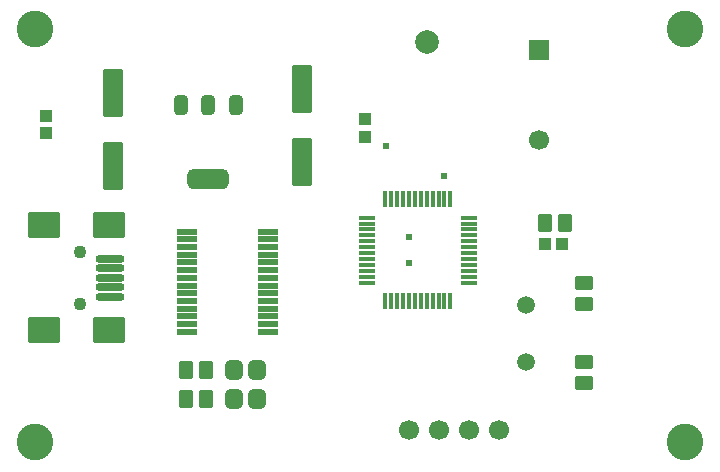
<source format=gts>
G04*
G04 #@! TF.GenerationSoftware,Altium Limited,Altium Designer,21.0.8 (223)*
G04*
G04 Layer_Color=8388736*
%FSLAX24Y24*%
%MOIN*%
G70*
G04*
G04 #@! TF.SameCoordinates,8C0F5777-7222-4B99-86F0-090FC40BF16C*
G04*
G04*
G04 #@! TF.FilePolarity,Negative*
G04*
G01*
G75*
G04:AMPARAMS|DCode=26|XSize=41.3mil|YSize=41.3mil|CornerRadius=3.8mil|HoleSize=0mil|Usage=FLASHONLY|Rotation=180.000|XOffset=0mil|YOffset=0mil|HoleType=Round|Shape=RoundedRectangle|*
%AMROUNDEDRECTD26*
21,1,0.0413,0.0337,0,0,180.0*
21,1,0.0337,0.0413,0,0,180.0*
1,1,0.0077,-0.0168,0.0168*
1,1,0.0077,0.0168,0.0168*
1,1,0.0077,0.0168,-0.0168*
1,1,0.0077,-0.0168,-0.0168*
%
%ADD26ROUNDEDRECTD26*%
G04:AMPARAMS|DCode=27|XSize=47.2mil|YSize=59.1mil|CornerRadius=4.1mil|HoleSize=0mil|Usage=FLASHONLY|Rotation=0.000|XOffset=0mil|YOffset=0mil|HoleType=Round|Shape=RoundedRectangle|*
%AMROUNDEDRECTD27*
21,1,0.0472,0.0508,0,0,0.0*
21,1,0.0390,0.0591,0,0,0.0*
1,1,0.0083,0.0195,-0.0254*
1,1,0.0083,-0.0195,-0.0254*
1,1,0.0083,-0.0195,0.0254*
1,1,0.0083,0.0195,0.0254*
%
%ADD27ROUNDEDRECTD27*%
G04:AMPARAMS|DCode=28|XSize=161.4mil|YSize=66.9mil|CornerRadius=5.1mil|HoleSize=0mil|Usage=FLASHONLY|Rotation=90.000|XOffset=0mil|YOffset=0mil|HoleType=Round|Shape=RoundedRectangle|*
%AMROUNDEDRECTD28*
21,1,0.1614,0.0567,0,0,90.0*
21,1,0.1512,0.0669,0,0,90.0*
1,1,0.0102,0.0283,0.0756*
1,1,0.0102,0.0283,-0.0756*
1,1,0.0102,-0.0283,-0.0756*
1,1,0.0102,-0.0283,0.0756*
%
%ADD28ROUNDEDRECTD28*%
G04:AMPARAMS|DCode=29|XSize=15.7mil|YSize=51.2mil|CornerRadius=2.6mil|HoleSize=0mil|Usage=FLASHONLY|Rotation=180.000|XOffset=0mil|YOffset=0mil|HoleType=Round|Shape=RoundedRectangle|*
%AMROUNDEDRECTD29*
21,1,0.0157,0.0461,0,0,180.0*
21,1,0.0106,0.0512,0,0,180.0*
1,1,0.0051,-0.0053,0.0230*
1,1,0.0051,0.0053,0.0230*
1,1,0.0051,0.0053,-0.0230*
1,1,0.0051,-0.0053,-0.0230*
%
%ADD29ROUNDEDRECTD29*%
G04:AMPARAMS|DCode=30|XSize=15.7mil|YSize=51.2mil|CornerRadius=2.6mil|HoleSize=0mil|Usage=FLASHONLY|Rotation=90.000|XOffset=0mil|YOffset=0mil|HoleType=Round|Shape=RoundedRectangle|*
%AMROUNDEDRECTD30*
21,1,0.0157,0.0461,0,0,90.0*
21,1,0.0106,0.0512,0,0,90.0*
1,1,0.0051,0.0230,0.0053*
1,1,0.0051,0.0230,-0.0053*
1,1,0.0051,-0.0230,-0.0053*
1,1,0.0051,-0.0230,0.0053*
%
%ADD30ROUNDEDRECTD30*%
G04:AMPARAMS|DCode=31|XSize=47.2mil|YSize=59.1mil|CornerRadius=4.1mil|HoleSize=0mil|Usage=FLASHONLY|Rotation=90.000|XOffset=0mil|YOffset=0mil|HoleType=Round|Shape=RoundedRectangle|*
%AMROUNDEDRECTD31*
21,1,0.0472,0.0508,0,0,90.0*
21,1,0.0390,0.0591,0,0,90.0*
1,1,0.0083,0.0254,0.0195*
1,1,0.0083,0.0254,-0.0195*
1,1,0.0083,-0.0254,-0.0195*
1,1,0.0083,-0.0254,0.0195*
%
%ADD31ROUNDEDRECTD31*%
G04:AMPARAMS|DCode=32|XSize=17.7mil|YSize=68.9mil|CornerRadius=2.7mil|HoleSize=0mil|Usage=FLASHONLY|Rotation=270.000|XOffset=0mil|YOffset=0mil|HoleType=Round|Shape=RoundedRectangle|*
%AMROUNDEDRECTD32*
21,1,0.0177,0.0636,0,0,270.0*
21,1,0.0124,0.0689,0,0,270.0*
1,1,0.0053,-0.0318,-0.0062*
1,1,0.0053,-0.0318,0.0062*
1,1,0.0053,0.0318,0.0062*
1,1,0.0053,0.0318,-0.0062*
%
%ADD32ROUNDEDRECTD32*%
G04:AMPARAMS|DCode=33|XSize=41.3mil|YSize=41.3mil|CornerRadius=3.8mil|HoleSize=0mil|Usage=FLASHONLY|Rotation=90.000|XOffset=0mil|YOffset=0mil|HoleType=Round|Shape=RoundedRectangle|*
%AMROUNDEDRECTD33*
21,1,0.0413,0.0337,0,0,90.0*
21,1,0.0337,0.0413,0,0,90.0*
1,1,0.0077,0.0168,0.0168*
1,1,0.0077,0.0168,-0.0168*
1,1,0.0077,-0.0168,-0.0168*
1,1,0.0077,-0.0168,0.0168*
%
%ADD33ROUNDEDRECTD33*%
%ADD34O,0.0966X0.0277*%
G04:AMPARAMS|DCode=35|XSize=106.4mil|YSize=86.7mil|CornerRadius=7.9mil|HoleSize=0mil|Usage=FLASHONLY|Rotation=180.000|XOffset=0mil|YOffset=0mil|HoleType=Round|Shape=RoundedRectangle|*
%AMROUNDEDRECTD35*
21,1,0.1064,0.0709,0,0,180.0*
21,1,0.0906,0.0867,0,0,180.0*
1,1,0.0159,-0.0453,0.0354*
1,1,0.0159,0.0453,0.0354*
1,1,0.0159,0.0453,-0.0354*
1,1,0.0159,-0.0453,-0.0354*
%
%ADD35ROUNDEDRECTD35*%
G04:AMPARAMS|DCode=36|XSize=67.1mil|YSize=59.2mil|CornerRadius=16.8mil|HoleSize=0mil|Usage=FLASHONLY|Rotation=90.000|XOffset=0mil|YOffset=0mil|HoleType=Round|Shape=RoundedRectangle|*
%AMROUNDEDRECTD36*
21,1,0.0671,0.0256,0,0,90.0*
21,1,0.0335,0.0592,0,0,90.0*
1,1,0.0336,0.0128,0.0167*
1,1,0.0336,0.0128,-0.0167*
1,1,0.0336,-0.0128,-0.0167*
1,1,0.0336,-0.0128,0.0167*
%
%ADD36ROUNDEDRECTD36*%
G04:AMPARAMS|DCode=37|XSize=137.1mil|YSize=67.1mil|CornerRadius=18.8mil|HoleSize=0mil|Usage=FLASHONLY|Rotation=0.000|XOffset=0mil|YOffset=0mil|HoleType=Round|Shape=RoundedRectangle|*
%AMROUNDEDRECTD37*
21,1,0.1371,0.0295,0,0,0.0*
21,1,0.0996,0.0671,0,0,0.0*
1,1,0.0375,0.0498,-0.0148*
1,1,0.0375,-0.0498,-0.0148*
1,1,0.0375,-0.0498,0.0148*
1,1,0.0375,0.0498,0.0148*
%
%ADD37ROUNDEDRECTD37*%
G04:AMPARAMS|DCode=38|XSize=47.4mil|YSize=67.1mil|CornerRadius=13.8mil|HoleSize=0mil|Usage=FLASHONLY|Rotation=0.000|XOffset=0mil|YOffset=0mil|HoleType=Round|Shape=RoundedRectangle|*
%AMROUNDEDRECTD38*
21,1,0.0474,0.0394,0,0,0.0*
21,1,0.0197,0.0671,0,0,0.0*
1,1,0.0277,0.0098,-0.0197*
1,1,0.0277,-0.0098,-0.0197*
1,1,0.0277,-0.0098,0.0197*
1,1,0.0277,0.0098,0.0197*
%
%ADD38ROUNDEDRECTD38*%
%ADD39C,0.0789*%
%ADD40C,0.0591*%
%ADD41C,0.0669*%
%ADD42C,0.1220*%
%ADD43C,0.0433*%
%ADD44R,0.0669X0.0669*%
%ADD45C,0.0240*%
D26*
X17961Y7584D02*
D03*
X18531D02*
D03*
D27*
X18650Y8312D02*
D03*
X17961D02*
D03*
X5991Y2434D02*
D03*
X6680D02*
D03*
X5996Y3399D02*
D03*
X6685D02*
D03*
D28*
X9882Y10331D02*
D03*
Y12772D02*
D03*
X3563Y12643D02*
D03*
Y10202D02*
D03*
D29*
X14617Y9109D02*
D03*
X14420D02*
D03*
X14223D02*
D03*
X14026D02*
D03*
X13830D02*
D03*
X13633D02*
D03*
X13436D02*
D03*
X13239D02*
D03*
X13042D02*
D03*
X12845D02*
D03*
X12648D02*
D03*
X14814D02*
D03*
Y5683D02*
D03*
X14617D02*
D03*
X14420D02*
D03*
X14223D02*
D03*
X14026D02*
D03*
X13830D02*
D03*
X13633D02*
D03*
X13436D02*
D03*
X13239D02*
D03*
X13042D02*
D03*
X12845D02*
D03*
X12648D02*
D03*
D30*
X12019Y6313D02*
D03*
Y6510D02*
D03*
Y6707D02*
D03*
Y6904D02*
D03*
Y7101D02*
D03*
Y7298D02*
D03*
Y7494D02*
D03*
Y7691D02*
D03*
Y7888D02*
D03*
Y8085D02*
D03*
Y8282D02*
D03*
Y8479D02*
D03*
X15444Y6313D02*
D03*
Y6510D02*
D03*
Y6707D02*
D03*
Y6904D02*
D03*
Y7101D02*
D03*
Y7298D02*
D03*
Y7494D02*
D03*
Y7691D02*
D03*
Y7888D02*
D03*
Y8085D02*
D03*
Y8282D02*
D03*
Y8479D02*
D03*
D31*
X19253Y3661D02*
D03*
Y2972D02*
D03*
Y5610D02*
D03*
Y6299D02*
D03*
D32*
X6051Y4680D02*
D03*
Y4935D02*
D03*
Y5191D02*
D03*
Y5447D02*
D03*
Y5703D02*
D03*
Y5959D02*
D03*
Y6215D02*
D03*
Y6471D02*
D03*
Y6727D02*
D03*
Y6983D02*
D03*
Y7239D02*
D03*
Y7494D02*
D03*
Y7750D02*
D03*
Y8006D02*
D03*
X8751D02*
D03*
Y7750D02*
D03*
Y7494D02*
D03*
Y7239D02*
D03*
Y6983D02*
D03*
Y6727D02*
D03*
Y6471D02*
D03*
Y6215D02*
D03*
Y5959D02*
D03*
Y5703D02*
D03*
Y5447D02*
D03*
Y5191D02*
D03*
Y4935D02*
D03*
Y4680D02*
D03*
D33*
X1347Y11290D02*
D03*
Y11861D02*
D03*
X11977Y11182D02*
D03*
Y11753D02*
D03*
D34*
X3480Y5841D02*
D03*
Y6156D02*
D03*
Y7101D02*
D03*
Y6786D02*
D03*
Y6471D02*
D03*
D35*
X3431Y4719D02*
D03*
X1285D02*
D03*
X3431Y8223D02*
D03*
X1285D02*
D03*
D36*
X8357Y2416D02*
D03*
X7609D02*
D03*
X7615Y3399D02*
D03*
X8363D02*
D03*
D37*
X6749Y9765D02*
D03*
D38*
X5843Y12245D02*
D03*
X6749D02*
D03*
X7654D02*
D03*
D39*
X14046Y14345D02*
D03*
D40*
X17324Y3656D02*
D03*
Y5577D02*
D03*
D41*
X17770Y11080D02*
D03*
X16420Y1400D02*
D03*
X15420D02*
D03*
X14420D02*
D03*
X13420D02*
D03*
D42*
X22638Y984D02*
D03*
X984Y984D02*
D03*
X22638Y14764D02*
D03*
X984D02*
D03*
D43*
X2468Y5605D02*
D03*
Y7337D02*
D03*
D44*
X17770Y14080D02*
D03*
D45*
X13420Y7835D02*
D03*
Y6980D02*
D03*
X12660Y10860D02*
D03*
X14610Y9860D02*
D03*
M02*

</source>
